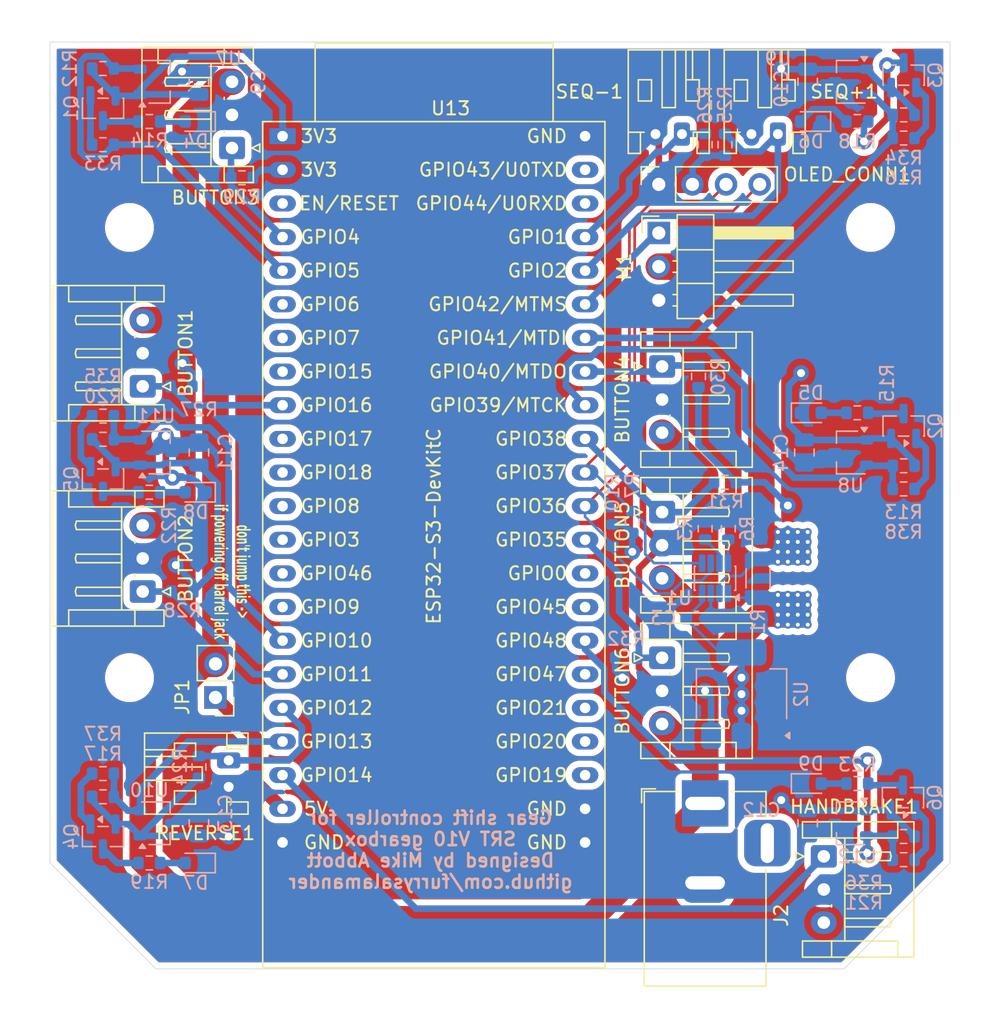
<source format=kicad_pcb>
(kicad_pcb (version 20241229) (generator "pcbnew") (generator_version "9.0")
  (layers (0 "F.Cu" signal) (2 "B.Cu" signal) (13 "F.Paste" user) (15 "B.Paste" user) (5 "F.SilkS" user "F.Silkscreen") (7 "B.SilkS" user "B.Silkscreen") (1 "F.Mask" user) (3 "B.Mask" user) (25 "Edge.Cuts" user))
  (net 0 "")
  (net 1 "+6V")
  (net 2 "BUTTON_1")
  (net 3 "GND")
  (net 4 "BUTTON_2")
  (net 5 "BUTTON_3")
  (net 6 "BUTTON_4")
  (net 7 "BUTTON_5")
  (net 8 "BUTTON_6")
  (net 10 "+5V")
  (net 11 "Net-(D4-A)")
  (net 12 "Net-(D5-A)")
  (net 13 "Net-(D6-A)")
  (net 14 "Net-(D7-A)")
  (net 15 "Net-(D8-A)")
  (net 16 "Net-(D9-A)")
  (net 17 "+3V3")
  (net 18 "HANDBRAKE")
  (net 20 "+VDC")
  (net 21 "SERVO_PWM")
  (net 22 "Net-(Q1-C)")
  (net 23 "Net-(Q1-B)")
  (net 24 "Net-(Q2-C)")
  (net 25 "Net-(Q2-B)")
  (net 26 "Net-(Q3-B)")
  (net 27 "Net-(Q3-C)")
  (net 28 "Net-(Q4-B)")
  (net 29 "Net-(Q4-C)")
  (net 30 "Net-(Q5-B)")
  (net 31 "Net-(Q5-C)")
  (net 32 "Net-(Q6-C)")
  (net 33 "Net-(Q6-B)")
  (net 34 "I2C_SCL")
  (net 35 "I2C_SDA")
  (net 36 "Net-(U1-A0)")
  (net 37 "Net-(U1-A1)")
  (net 38 "SEQ_-")
  (net 39 "GEAR_5")
  (net 40 "GEAR_3")
  (net 41 "GEAR_4")
  (net 42 "SEQ_+")
  (net 43 "GEAR_6")
  (net 44 "GEAR_1")
  (net 45 "GEAR_2")
  (net 57 "REVERSE")
  (footprint "Connector_PinSocket_2.54mm:PinSocket_1x04_P2.54mm_Vertical" (layer "F.Cu") (at 159.5 63.25 90)
    (property "Reference" "OLED_CONN1")
    (property "Value" "Conn_01x04_Socket")
  )
  (footprint "MountingHole:MountingHole_3.2mm_M3_DIN965" (layer "F.Cu") (at 119.5 100.5)
    (property "Reference" "H4" (hide yes))
    (property "Value" "MountingHole")
  )
  (footprint "Connector_JST:JST_EH_S3B-EH_1x03_P2.50mm_Horizontal" (layer "F.Cu") (at 159.75 77 -90)
    (property "Reference" "BUTTON4")
    (property "Value" "Conn_01x03_Socket")
  )
  (footprint "Connector_JST:JST_EH_S3B-EH_1x03_P2.50mm_Horizontal" (layer "F.Cu") (at 171.9675 114 -90)
    (property "Reference" "HANDBRAKE1")
    (property "Value" "Conn_01x03_Socket")
  )
  (footprint "PCM_Espressif:ESP32-S3-DevKitC" (layer "F.Cu") (at 131.07 59.6079)
    (property "Reference" "U13")
    (property "Value" "ESP32-S3-DevKitC")
  )
  (footprint "MountingHole:MountingHole_3.2mm_M3_DIN965" (layer "F.Cu") (at 175.5 66.5)
    (property "Reference" "H1" (hide yes))
    (property "Value" "MountingHole")
  )
  (footprint "Connector_JST:JST_PH_S2B-PH-K_1x02_P2.00mm_Horizontal" (layer "F.Cu") (at 127 106.75 -90)
    (property "Reference" "REVERSE1")
    (property "Value" "Conn_01x02_Socket")
  )
  (footprint "MountingHole:MountingHole_3.2mm_M3_DIN965" (layer "F.Cu") (at 119.5 66.5)
    (property "Reference" "H3" (hide yes))
    (property "Value" "MountingHole")
  )
  (footprint "MountingHole:MountingHole_3.2mm_M3_DIN965" (layer "F.Cu") (at 175.5 100.5)
    (property "Reference" "H2" (hide yes))
    (property "Value" "MountingHole")
  )
  (footprint "Connector_PinHeader_2.54mm:PinHeader_1x03_P2.54mm_Horizontal" (layer "F.Cu") (at 159.5 66.92)
    (property "Reference" "M1")
    (property "Value" "Motor_Servo")
  )
  (footprint "Connector_JST:JST_PH_S2B-PH-K_1x02_P2.00mm_Horizontal" (layer "F.Cu") (at 168.5 59.45 180)
    (property "Reference" "SEQ+1")
    (property "Value" "Conn_01x02_Socket")
  )
  (footprint "Connector_JST:JST_EH_S3B-EH_1x03_P2.50mm_Horizontal" (layer "F.Cu") (at 127.25 60.5 90)
    (property "Reference" "BUTTON3")
    (property "Value" "Conn_01x03_Socket")
  )
  (footprint "Connector_JST:JST_EH_S3B-EH_1x03_P2.50mm_Horizontal" (layer "F.Cu") (at 159.75 88 -90)
    (property "Reference" "BUTTON5")
    (property "Value" "Conn_01x03_Socket")
  )
  (footprint "Connector_JST:JST_PH_S2B-PH-K_1x02_P2.00mm_Horizontal" (layer "F.Cu") (at 161.25 59.45 180)
    (property "Reference" "SEQ-1")
    (property "Value" "Conn_01x02_Socket")
  )
  (footprint "Connector_PinHeader_2.54mm:PinHeader_1x02_P2.54mm_Vertical" (layer "F.Cu") (at 126 102 180)
    (property "Reference" "JP1")
    (property "Value" "POWER_BOARD_OFF_USB")
  )
  (footprint "Connector_JST:JST_EH_S3B-EH_1x03_P2.50mm_Horizontal" (layer "F.Cu") (at 159.75 99 -90)
    (property "Reference" "BUTTON6")
    (property "Value" "Conn_01x03_Socket")
  )
  (footprint "Connector_BarrelJack:BarrelJack_Horizontal" (layer "F.Cu") (at 163 110 90)
    (property "Reference" "J2")
    (property "Value" "Barrel_Jack_Switch")
  )
  (footprint "Connector_JST:JST_EH_S3B-EH_1x03_P2.50mm_Horizontal" (layer "F.Cu") (at 120.5 78.5 90)
    (property "Reference" "BUTTON1")
    (property "Value" "Conn_01x03_Socket")
  )
  (footprint "Connector_JST:JST_EH_S3B-EH_1x03_P2.50mm_Horizontal" (layer "F.Cu") (at 120.5 94 90)
    (property "Reference" "BUTTON2")
    (property "Value" "Conn_01x03_Socket")
  )
  (footprint "Resistor_SMD:R_0603_1608Metric" (layer "B.Cu") (at 163 89.25 90)
    (property "Reference" "R3")
    (property "Value" "10k")
  )
  (footprint "Package_TO_SOT_SMD:SOT-223-3_TabPin2" (layer "B.Cu") (at 165.75 101.75 90)
    (property "Reference" "U2")
    (property "Value" "AMS1117-3.3")
  )
  (footprint "LED_SMD:LED_0603_1608Metric" (layer "B.Cu") (at 171 108.5)
    (property "Reference" "D9")
    (property "Value" "LED")
  )
  (footprint "Resistor_SMD:R_0603_1608Metric" (layer "B.Cu") (at 162.5 77.75 -90)
    (property "Reference" "R30")
    (property "Value" "10k")
  )
  (footprint "Package_TO_SOT_SMD:SOT-23" (layer "B.Cu") (at 117.5 112.5 -90)
    (property "Reference" "Q4")
    (property "Value" "SS8550")
  )
  (footprint "Package_TO_SOT_SMD:SOT-23" (layer "B.Cu") (at 117.5 85.5 -90)
    (property "Reference" "Q5")
    (property "Value" "SS8550")
  )
  (footprint "LED_SMD:LED_0603_1608Metric" (layer "B.Cu") (at 124.5 114.5 180)
    (property "Reference" "D7")
    (property "Value" "LED")
  )
  (footprint "Resistor_SMD:R_0603_1608Metric" (layer "B.Cu") (at 123.5 94)
    (property "Reference" "R28")
    (property "Value" "10k")
  )
  (footprint "Capacitor_SMD:C_0805_2012Metric" (layer "B.Cu") (at 170.5 83.5 90)
    (property "Reference" "C14")
    (property "Value" "470n")
  )
  (footprint "Package_TO_SOT_SMD:SOT-23W" (layer "B.Cu") (at 121.5 111.5)
    (property "Reference" "U10")
    (property "Value" "TCS40DLR")
  )
  (footprint "Capacitor_SMD:C_0805_2012Metric" (layer "B.Cu") (at 124.75 111.5 -90)
    (property "Reference" "C13")
    (property "Value" "470n")
  )
  (footprint "Resistor_SMD:R_0603_1608Metric" (layer "B.Cu") (at 157.0325 99 180)
    (property "Reference" "R32")
    (property "Value" "10k")
  )
  (footprint "Package_TO_SOT_SMD:SOT-23W" (layer "B.Cu") (at 174 83.5 180)
    (property "Reference" "U8")
    (property "Value" "TCS40DLR")
  )
  (footprint "Package_TO_SOT_SMD:SOT-23" (layer "B.Cu") (at 117.5 57.5 -90)
    (property "Reference" "Q1")
    (property "Value" "SS8550")
  )
  (footprint "Resistor_SMD:R_0603_1608Metric" (layer "B.Cu") (at 124.75 107.25 -90)
    (property "Reference" "R24")
    (property "Value" "10k")
  )
  (footprint "Resistor_SMD:R_0603_1608Metric" (layer "B.Cu") (at 117.5 54.5 180)
    (property "Reference" "R12")
    (property "Value" "10k")
  )
  (footprint "Resistor_SMD:R_0603_1608Metric" (layer "B.Cu") (at 121 114.5)
    (property "Reference" "R19")
    (property "Value" "220")
  )
  (footprint "Resistor_SMD:R_0603_1608Metric" (layer "B.Cu") (at 178 59.75 180)
    (property "Reference" "R34")
    (property "Value" "10k")
  )
  (footprint "Resistor_SMD:R_0603_1608Metric" (layer "B.Cu") (at 121 86.5)
    (property "Reference" "R22")
    (property "Value" "220")
  )
  (footprint "Resistor_SMD:R_0603_1608Metric" (layer "B.Cu") (at 164.5 60.25 -90)
    (property "Reference" "R25")
    (property "Value" "10k")
  )
  (footprint "Resistor_SMD:R_0603_1608Metric" (layer "B.Cu") (at 117.5 60.25)
    (property "Reference" "R33")
    (property "Value" "10k")
  )
  (footprint "LED_SMD:LED_0603_1608Metric" (layer "B.Cu") (at 171 58.5 180)
    (property "Reference" "D6")
    (property "Value" "LED")
  )
  (footprint "Resistor_SMD:R_0603_1608Metric" (layer "B.Cu") (at 178 84.5)
    (property "Reference" "R13")
    (property "Value" "10k")
  )
  (footprint "Resistor_SMD:R_0603_1608Metric" (layer "B.Cu") (at 178 114.25 180)
    (property "Reference" "R36")
    (property "Value" "10k")
  )
  (footprint "Capacitor_SMD:C_0805_2012Metric" (layer "B.Cu") (at 124.75 83.5 -90)
    (property "Reference" "C11")
    (property "Value" "470n")
  )
  (footprint "Package_TO_SOT_SMD:SOT-23W" (layer "B.Cu") (at 121.5 55.5)
    (property "Reference" "U7")
    (property "Value" "TCS40DLR")
  )
  (footprint "Package_TO_SOT_SMD:SOT-23" (layer "B.Cu") (at 178 55 90)
    (property "Reference" "Q3")
    (property "Value" "SS8550")
  )
  (footprint "Resistor_SMD:R_0603_1608Metric" (layer "B.Cu") (at 117.5 109.5 180)
    (property "Reference" "R17")
    (property "Value" "10k")
  )
  (footprint "Package_TO_SOT_SMD:SOT-23" (layer "B.Cu") (at 177.95 109.5625 90)
    (property "Reference" "Q6")
    (property "Value" "SS8550")
  )
  (footprint "Resistor_SMD:R_0603_1608Metric" (layer "B.Cu") (at 117.5 82.5 180)
    (property "Reference" "R20")
    (property "Value" "10k")
  )
  (footprint "Package_TO_SOT_SMD:SOT-23-8" (layer "B.Cu") (at 163.75 93 90)
    (property "Reference" "U1")
    (property "Value" "INA219AxDCN")
  )
  (footprint "LED_SMD:LED_0603_1608Metric" (layer "B.Cu") (at 124.5 58.5 180)
    (property "Reference" "D4")
    (property "Value" "LED")
  )
  (footprint "Capacitor_SMD:C_0805_2012Metric" (layer "B.Cu") (at 170.75 111.5 90)
    (property "Reference" "C12")
    (property "Value" "470n")
  )
  (footprint "Resistor_SMD:R_0603_1608Metric" (layer "B.Cu") (at 174.5 58.5 180)
    (property "Reference" "R18")
    (property "Value" "220")
  )
  (footprint "Package_TO_SOT_SMD:SOT-23" (layer "B.Cu") (at 178 81.5 90)
    (property "Reference" "Q2")
    (property "Value" "SS8550")
  )
  (footprint "Resistor_SMD:R_0603_1608Metric" (layer "B.Cu") (at 117.5 107.75)
    (property "Reference" "R37")
    (property "Value" "10k")
  )
  (footprint "LED_SMD:LED_0603_1608Metric" (layer "B.Cu") (at 171 80.5)
    (property "Reference" "D5")
    (property "Value" "LED")
  )
  (footprint "Resistor_SMD:R_1206_3216Metric" (layer "B.Cu") (at 167 93 90)
    (property "Reference" "R1")
    (property "Value" "100m")
  )
  (footprint "Resistor_SMD:R_0603_1608Metric" (layer "B.Cu") (at 174.5 108.5 180)
    (property "Reference" "R23")
    (property "Value" "220")
  )
  (footprint "Resistor_SMD:R_0603_1608Metric" (layer "B.Cu") (at 157.5 88.75 90)
    (property "Reference" "R7")
    (property "Value" "10k")
  )
  (footprint "Resistor_SMD:R_0603_1608Metric" (layer "B.Cu") (at 117.5 80.75)
    (property "Reference" "R35")
    (property "Value" "10k")
  )
  (footprint "Resistor_SMD:R_0603_1608Metric" (layer "B.Cu") (at 163 60.25 -90)
    (property "Reference" "R26")
    (property "Value" "10k")
  )
  (footprint "Resistor_SMD:R_0603_1608Metric" (layer "B.Cu") (at 164.5 85.75)
    (property "Reference" "R31")
    (property "Value" "10k")
  )
  (footprint "Capacitor_SMD:C_0603_1608Metric" (layer "B.Cu") (at 162.35 96 180)
    (property "Reference" "C3")
    (property "Value" "100n")
  )
  (footprint "Resistor_SMD:R_0603_1608Metric" (layer "B.Cu") (at 174.5 80.5 180)
    (property "Reference" "R15")
    (property "Value" "220")
  )
  (footprint "Package_TO_SOT_SMD:SOT-23W" (layer "B.Cu") (at 174 111.5 180)
    (property "Reference" "U12")
    (property "Value" "TCS40DLR")
  )
  (footprint "Package_TO_SOT_SMD:SOT-23W" (layer "B.Cu") (at 121.5 83.5)
    (property "Reference" "U11")
    (property "Value" "TCS40DLR")
  )
  (footprint "Capacitor_SMD:C_0805_2012Metric" (layer "B.Cu") (at 170.75 55.5 90)
    (property "Reference" "C10")
    (property "Value" "470n")
  )
  (footprint "Resistor_SMD:R_0603_1608Metric" (layer "B.Cu") (at 121 58.5)
    (property "Reference" "R14")
    (property "Value" "220")
  )
  (footprint "Resistor_SMD:R_0603_1608Metric" (layer "B.Cu") (at 123.425 78.5)
    (property "Reference" "R27")
    (property "Value" "10k")
  )
  (footprint "Resistor_SMD:R_0603_1608Metric" (layer "B.Cu") (at 164.75 89.25 90)
    (property "Reference" "R6")
    (property "Value" "10k")
  )
  (footprint "Resistor_SMD:R_0603_1608Metric" (layer "B.Cu") (at 178 112.5)
    (property "Reference" "R21")
    (property "Value" "10k")
  )
  (footprint "Capacitor_SMD:C_0805_2012Metric" (layer "B.Cu") (at 124.75 55.5 -90)
    (property "Reference" "C9")
    (property "Value" "470n")
  )
  (footprint "Resistor_SMD:R_0603_1608Metric" (layer "B.Cu") (at 178 58)
    (property "Reference" "R16")
    (property "Value" "10k")
  )
  (footprint "LED_SMD:LED_0603_1608Metric" (layer "B.Cu") (at 124.5 86.5 180)
    (property "Reference" "D8")
    (property "Value" "LED")
  )
  (footprint "Resistor_SMD:R_0603_1608Metric" (layer "B.Cu") (at 156 89.75 -90)
    (property "Reference" "R10")
    (property "Value" "10k")
  )
  (footprint "Resistor_SMD:R_0603_1608Metric" (layer "B.Cu") (at 178 86.25 180)
    (property "Reference" "R38")
    (property "Value" "10k")
  )
  (footprint "Resistor_SMD:R_0603_1608Metric" (layer "B.Cu") (at 128 62.75)
    (property "Reference" "R29")
    (property "Value" "10k")
  )
  (footprint "Package_TO_SOT_SMD:SOT-23W" (layer "B.Cu") (at 174 55.5 180)
    (property "Reference" "U9")
    (property "Value" "TCS40DLR")
  )
  (gr_poly (pts (xy 113.5 52.5) (xy 181.5 52.5) (xy 181.5 114.5) (xy 173.5 122.5) (xy 121.5 122.5) (xy 113.5 114.5)) (stroke (width 0.05)) (fill no) (layer "Edge.Cuts"))
  (gr_text "don't jump this ->\nif powering off barrel jack" (at 125.75 92.5 270) (layer "F.SilkS") (effects (font (size 1 0.5) (thickness 0.125) (bold yes)) (justify bottom)))
  (gr_text "Gear shift controller for\nSRT V10 gearbox\nDesigned by Mike Abbott\ngithub.com/furrysalamander" (at 142.25 116.5 0) (layer "B.SilkS") (effects (font (size 1 1) (thickness 0.2) (bold yes)) (justify bottom mirror)))
  (segment (start 126 91.525) (end 123.475 89) (width 2) (layer "F.Cu") (net 1))
  (segment (start 126 75.5) (end 124 73.5) (width 2) (layer "F.Cu") (net 1))
  (segment (start 125.04 99.46) (end 126 99.46) (width 2) (layer "F.Cu") (net 1))
  (segment (start 123.75 58.474448) (end 123.75 73.25) (width 2) (layer "F.Cu") (net 1))
  (segment (start 163 110) (end 163 85.25) (width 2) (layer "F.Cu") (net 1))
  (segment (start 120.5 104) (end 125.04 99.46) (width 2) (layer "F.Cu") (net 1))
  (segment (start 163 110) (end 163 100) (width 2) (layer "F.Cu") (net 1))
  (segment (start 125 118.75) (end 120.5 114.25) (width 2) (layer "F.Cu") (net 1))
  (segment (start 123.75 73.25) (end 124 73.5) (width 2) (layer "F.Cu") (net 1))
  (segment (start 163 107.25) (end 159.75 104) (width 2) (layer "F.Cu") (net 1))
  (segment (start 124 73.5) (end 120.5 73.5) (width 2) (layer "F.Cu") (net 1))
  (segment (start 163 100) (end 167.25 95.75) (width 2) (layer "F.Cu") (net 1))
  (segment (start 163 85.25) (end 159.75 82) (width 2) (layer "F.Cu") (net 1))
  (segment (start 126 91.525) (end 126 75.5) (width 2) (layer "F.Cu") (net 1))
  (segment (start 163 110) (end 163 107.25) (width 2) (layer "F.Cu") (net 1))
  (segment (start 163 110) (end 163 101.5) (width 2) (layer "F.Cu") (net 1))
  (segment (start 126.724448 55.5) (end 123.75 58.474448) (width 2) (layer "F.Cu") (net 1))
  (segment (start 163 110) (end 163 96.25) (width 2) (layer "F.Cu") (net 1))
  (segment (start 123.475 89) (end 120.5 89) (width 2) (layer "F.Cu") (net 1))
  (segment (start 120.5 114.25) (end 120.5 104) (width 2) (layer "F.Cu") (net 1))
  (segment (start 163 110) (end 154.25 118.75) (width 2) (layer "F.Cu") (net 1))
  (segment (start 163 96.25) (end 159.75 93) (width 2) (layer "F.Cu") (net 1))
  (segment (start 126 99.46) (end 126 91.525) (width 2) (layer "F.Cu") (net 1))
  (segment (start 154.25 118.75) (end 125 118.75) (width 2) (layer "F.Cu") (net 1))
  (segment (start 127.25 55.5) (end 126.724448 55.5) (width 2) (layer "F.Cu") (net 1))
  (via (at 169.25 96.5) (size 0.6) (drill 0.3) (layers "F.Cu" "B.Cu") (net 1))
  (via (at 170 96.5) (size 0.6) (drill 0.3) (layers "F.Cu" "B.Cu") (net 1))
  (via (at 170.75 94.25) (size 0.6) (drill 0.3) (layers "F.Cu" "B.Cu") (net 1))
  (via (at 170.75 95.75) (size 0.6) (drill 0.3) (layers "F.Cu" "B.Cu") (net 1))
  (via (at 168.5 95) (size 0.6) (drill 0.3) (layers "F.Cu" "B.Cu") (net 1))
  (via (at 170 94.25) (size 0.6) (drill 0.3) (layers "F.Cu" "B.Cu") (net 1))
  (via (at 169.25 95.75) (size 0.6) (drill 0.3) (layers "F.Cu" "B.Cu") (net 1))
  (via (at 170.75 96.5) (size 0.6) (drill 0.3) (layers "F.Cu" "B.Cu") (net 1))
  (via (at 170 95.75) (size 0.6) (drill 0.3) (layers "F.Cu" "B.Cu") (net 1))
  (via (at 169.25 94.25) (size 0.6) (drill 0.3) (layers "F.Cu" "B.Cu") (net 1))
  (via (at 168.5 95.75) (size 0.6) (drill 0.3) (layers "F.Cu" "B.Cu") (net 1))
  (via (at 168.5 96.5) (size 0.6) (drill 0.3) (layers "F.Cu" "B.Cu") (net 1))
  (via (at 170.75 95) (size 0.6) (drill 0.3) (layers "F.Cu" "B.Cu") (net 1))
  (via (at 168.5 94.25) (size 0.6) (drill 0.3) (layers "F.Cu" "B.Cu") (net 1))
  (via (at 163 101.5) (size 1.2) (drill 0.6) (layers "F.Cu" "B.Cu") (net 1))
  (via (at 170 95) (size 0.6) (drill 0.3) (layers "F.Cu" "B.Cu") (net 1))
  (via (at 169.25 95) (size 0.6) (drill 0.3) (layers "F.Cu" "B.Cu") (net 1))
  (segment (start 163.45 104.9) (end 163.45 101.95) (width 0.5) (layer "B.Cu") (net 1))
  (segment (start 165.05 94.4625) (end 167 94.4625) (width 0.2) (layer "B.Cu") (net 1))
  (segment (start 164.725 94.1375) (end 165.05 94.4625) (width 0.2) (layer "B.Cu") (net 1))
  (segment (start 163.45 101.95) (end 163 101.5) (width 0.5) (layer "B.Cu") (net 1))
  (segment (start 124.0279 79.9279) (end 131.07 79.9279) (width 0.5) (layer "B.Cu") (net 2))
  (segment (start 122.6 78.5) (end 120.5 78.5) (width 0.5) (layer "B.Cu") (net 2))
  (segment (start 122.6 78.5) (end 124.0279 79.9279) (width 0.5) (layer "B.Cu") (net 2))
  (segment (start 128.701 56.549) (end 127.25 58) (width 0.5) (layer "F.Cu") (net 3))
  (segment (start 124.151 54.049) (end 127.851024 54.049) (width 0.5) (layer "F.Cu") (net 3))
  (segment (start 159.75 90.5) (end 158.299 89.049) (width 0.5) (layer "F.Cu") (net 3))
  (segment (start 158.299 80.951) (end 159.75 79.5) (width 0.5) (layer "F.Cu") (net 3))
  (segment (start 122.25 82.25) (end 122.25 84.90522) (width 0.5) (layer "F.Cu") (net 3))
  (segment (start 128.701 54.898976) (end 128.701 56.549) (width 0.5) (layer "F.Cu") (net 3))
  (segment (start 123.475 54.725) (end 124.151 54.049) (width 0.5) (layer "F.Cu") (net 3))
  (segment (start 158 99.75) (end 158 92.25) (width 0.5) (layer "F.Cu") (net 3))
  (segment (start 158 92.25) (end 159.75 90.5) (width 0.5) (layer "F.Cu") (net 3))
  (segment (start 122.25 84.90522) (end 122.74578 85.401) (width 0.5) (layer "F.Cu") (net 3))
  (segment (start 158.324 78.074) (end 158.324 73.176) (width 0.5) (layer "F.Cu") (net 3))
  (segment (start 158.324 73.176) (end 159.5 72) (width 0.5) (layer "F.Cu") (net 3))
  (segment (start 127.851024 54.049) (end 128.701 54.898976) (width 0.5) (layer "F.Cu") (net 3))
  (segment (start 159.5 59.7) (end 159.25 59.45) (width 0.5) (layer "F.Cu") (net 3))
  (segment (start 158.299 89.049) (end 158.299 80.951) (width 0.5) (layer "F.Cu") (net 3))
  (segment (start 159.5 63.25) (end 159.5 59.7) (width 0.5) (layer "F.Cu") (net 3))
  (segment (start 159.75 101.5) (end 158 99.75) (width 0.5) (layer "F.Cu") (net 3))
  (segment (start 159.75 79.5) (end 158.324 78.074) (width 0.5) (layer "F.Cu") (net 3))
  (via (at 122.25 82.25) (size 1.2) (drill 0.6) (layers "F.Cu" "B.Cu") (net 3))
  (via (at 123.475 54.725) (size 1.2) (drill 0.6) (layers "F.Cu" "B.Cu") (net 3))
  (via (at 122.74578 85.401) (size 1.2) (drill 0.6) (layers "F.Cu" "B.Cu") (net 3))
  (segment (start 124.1885 85.401) (end 125.2875 86.5) (width 0.5) (layer "B.Cu") (net 3))
  (segment (start 122.7 83.5) (end 122.7 82.7) (width 0.5) (layer "B.Cu") (net 3))
  (segment (start 123.65 110.55) (end 122.7 111.5) (width 0.5) (layer "B.Cu") (net 3))
  (segment (start 124.75 110.55) (end 123.65 110.55) (width 0.5) (layer "B.Cu") (net 3))
  (segment (start 171.85 56.45) (end 172.8 55.5) (width 0.5) (layer "B.Cu") (net 3))
  (segment (start 171.85 84.45) (end 172.8 83.5) (width 0.5) (layer "B.Cu") (net 3))
  (segment (start 163.425 94.1375) (end 163.425 95.7) (width 0.2) (layer "B.Cu") (net 3))
  (segment (start 124.75 54.55) (end 123.65 54.55) (width 0.5) (layer "B.Cu") (net 3))
  (segment (start 124.75 82.55) (end 123.65 82.55) (width 0.5) (layer "B.Cu") (net 3))
  (segment (start 123.65 82.55) (end 122.7 83.5) (width 0.5) (layer "B.Cu") (net 3))
  (segment (start 122.7 82.7) (end 122.25 82.25) (width 0.5) (layer "B.Cu") (net 3))
  (segment (start 123.65 54.55) (end 122.7 55.5) (width 0.5) (layer "B.Cu") (net 3))
  (segment (start 122.74578 85.401) (end 124.1885 85.401) (width 0.5) (layer "B.Cu") (net 3))
  (segment (start 170.5 84.45) (end 171.85 84.45) (width 0.5) (layer "B.Cu") (net 3))
  (segment (start 163.425 95.7) (end 163.125 96) (width 0.2) (layer "B.Cu") (net 3))
  (segment (start 170.75 56.45) (end 171.85 56.45) (width 0.5) (layer "B.Cu") (net 3))
  (segment (start 120.5 94) (end 122.675 94) (width 0.5) (layer "B.Cu") (net 4))
  (segment (start 128.9229 100.2479) (end 122.675 94) (width 0.5) (layer "B.Cu") (net 4))
  (segment (start 131.07 100.2479) (end 128.9229 100.2479) (width 0.5) (layer "B.Cu") (net 4))
  (segment (start 127.175 63.3329) (end 131.07 67.2279) (width 0.5) (layer "B.Cu") (net 5))
  (segment (start 127.175 62.75) (end 127.175 60.575) (width 0.5) (layer "B.Cu") (net 5))
  (segment (start 127.175 60.575) (end 127.25 60.5) (width 0.5) (layer "B.Cu") (net 5))
  (segment (start 127.175 62.75) (end 127.175 63.3329) (width 0.5) (layer "B.Cu") (net 5))
  (segment (start 159.75 77) (end 159.25 77) (width 0.5) (layer "B.Cu") (net 6))
  (segment (start 159.825 76.925) (end 159.75 77) (width 0.5) (layer "B.Cu") (net 6))
  (segment (start 159.25 77) (end 158.8621 77.3879) (width 0.5) (layer "B.Cu") (net 6))
  (segment (start 158.8621 77.3879) (end 153.93 77.3879) (width 0.5) (layer "B.Cu") (net 6))
  (segment (start 162.5 76.925) (end 159.825 76.925) (width 0.5) (layer "B.Cu") (net 6))
  (segment (start 163.675 85.75) (end 161.425 88) (width 0.5) (layer "B.Cu") (net 7))
  (segment (start 161.425 88) (end 159.75 88) (width 0.5) (layer "B.Cu") (net 7))
  (segment (start 159.75 88) (end 159.4621 88) (width 0.5) (layer "B.Cu") (net 7))
  (segment (start 159.4621 88) (end 153.93 82.4679) (width 0.5) (layer "B.Cu") (net 7))
  (segment (start 158 98.8575) (end 158 97) (width 0.5) (layer "B.Cu") (net 8))
  (segment (start 157.8575 99) (end 159.75 99) (width 0.5) (layer "B.Cu") (net 8))
  (segment (start 157.8575 99) (end 158 98.8575) (width 0.5) (layer "B.Cu") (net 8))
  (segment (start 156.5 92.6579) (end 153.93 90.0879) (width 0.5) (layer "B.Cu") (net 8))
  (segment (start 156.5 95.5) (end 156.5 92.6579) (width 0.5) (layer "B.Cu") (net 8))
  (segment (start 158 97) (end 156.5 95.5) (width 0.5) (layer "B.Cu") (net 8))
  (segment (start 126 102) (end 129 105) (width 1) (layer "F.Cu") (net 10))
  (segment (start 129 108.33886) (end 131.06632 110.40518) (width 1) (layer "F.Cu") (net 10))
  (segment (start 129 105) (end 129 108.33886) (width 1) (layer "F.Cu") (net 10))
  (segment (start 123.7125 58.5) (end 121.825 58.5) (width 0.5) (layer "B.Cu") (net 11))
  (segment (start 173.675 80.5) (end 171.7875 80.5) (width 0.5) (layer "B.Cu") (net 12))
  (segment (start 171.1385 57.574) (end 170.2125 58.5) (width 0.5) (layer "B.Cu") (net 13))
  (segment (start 172.749 57.574) (end 171.1385 57.574) (width 0.5) (layer "B.Cu") (net 13))
  (segment (start 173.675 58.5) (end 172.749 57.574) (width 0.5) (layer "B.Cu") (net 13))
  (segment (start 123.7125 114.5) (end 121.825 114.5) (width 0.5) (layer "B.Cu") (net 14))
  (segment (start 123.7125 86.5) (end 121.825 86.5) (width 0.5) (layer "B.Cu") (net 15))
  (segment (start 173.675 108.5) (end 171.7875 108.5) (width 0.5) (layer "B.Cu") (net 16))
  (via (at 123 92) (size 1.2) (drill 0.6) (layers "F.Cu" "B.Cu") (net 17))
  (via (at 168.75 109.75) (size 1.2) (drill 0.6) (layers "F.Cu" "B.Cu") (net 17))
  (via (at 157.5 91) (size 1.2) (drill 0.6) (layers "F.Cu" "B.Cu") (net 17))
  (via (at 127 112.5) (size 1.2) (drill 0.6) (layers "F.Cu" "B.Cu") (net 17))
  (via (at 165.75 101.75) (size 1.2) (drill 0.6) (layers "F.Cu" "B.Cu") (net 17))
  (via (at 156.75 100.5) (size 1.2) (drill 0.6) (layers "F.Cu" "B.Cu") (net 17))
  (via (at 165.75 103) (size 1.2) (drill 0.6) (layers "F.Cu" "B.Cu") (net 17))
  (via (at 170.25 77.5) (size 1.2) (drill 0.6) (layers "F.Cu" "B.Cu") (net 17))
  (via (at 165.75 100.5) (size 1.2) (drill 0.6) (layers "F.Cu" "B.Cu") (net 17))
  (via (at 123.5 76.75) (size 1.2) (drill 0.6) (layers "F.Cu" "B.Cu") (net 17))
  (via (at 168.75 54.5) (size 1.2) (drill 0.6) (layers "F.Cu" "B.Cu") (net 17))
  (via (at 169.25 87.5) (size 1.2) (drill 0.6) (layers "F.Cu" "B.Cu") (net 17))
  (segment (start 162.775 94.8) (end 161.575 96) (width 0.2) (layer "B.Cu") (net 17))
  (segment (start 156 88.925) (end 156.85 88.925) (width 0.5) (layer "B.Cu") (net 17))
  (segment (start 178.825 58) (end 178.825 57.7125) (width 0.5) (layer "B.Cu") (net 17))
  (segment (start 175.3125 82.4375) (end 175.2 82.55) (width 0.5) (layer "B.Cu") (net 17))
  (segment (start 157.5 89.575) (end 157.5 91) (width 0.5) (layer "B.Cu") (net 17))
  (segment (start 178.825 84.2125) (end 177.05 82.4375) (width 0.5) (layer "B.Cu") (net 17))
  (segment (start 116.675 109.5) (end 116.675 109.7875) (width 0.5) (layer "B.Cu") (net 17))
  (segment (start 127.313892 53.599) (end 122.801 53.599) (width 0.5) (layer "B.Cu") (net 17))
  (segment (start 124.75 112.45) (end 120.3 112.45) (width 0.5) (layer "B.Cu") (net 17))
  (segment (start 120.3 56.1) (end 120.3 56.45) (width 0.5) (layer "B.Cu") (net 17))
  (segment (start 177 110.675) (end 178.825 112.5) (width 0.5) (layer "B.Cu") (net 17))
  (segment (start 178.825 57.7125) (end 177.05 55.9375) (width 0.5) (layer "B.Cu") (net 17))
  (segment (start 121.994365 84.45) (end 120.3 84.45) (width 0.5) (layer "B.Cu") (net 17))
  (segment (start 126.176 85.876) (end 126.176 92.149) (width 0.5) (layer "B.Cu") (net 17))
  (segment (start 120.3 84.45) (end 118.5625 84.45) (width 0.5) (layer "B.Cu") (net 17))
  (segment (start 124.75 84.45) (end 124.601 84.301) (width 0.5) (layer "B.Cu") (net 17))
  (segment (start 126.95 112.45) (end 127 112.5) (width 0.5) (layer "B.Cu") (net 17))
  (segment (start 167.5 85.75) (end 169.25 87.5) (width 0.5) (layer "B.Cu") (net 17))
  (segment (start 169.55 110.55) (end 168.75 109.75) (width 0.5) (layer "B.Cu") (net 17))
  (segment (start 165.325 85.75) (end 167.5 85.75) (width 0.5) (layer "B.Cu") (net 17))
  (segment (start 165.75 104.9) (end 165.75 103) (width 0.5) (layer "B.Cu") (net 17))
  (segment (start 169.324 81.374) (end 169.324 78.426) (width 0.5) (layer "B.Cu") (net 17))
  (segment (start 156.2075 99) (end 156.2075 99.9575) (width 0.5) (layer "B.Cu") (net 17))
  (segment (start 162.04 63.25) (end 162.04 62.035) (width 0.5) (layer "B.Cu") (net 17))
  (segment (start 120.3 56.45) (end 124.75 56.45) (width 0.5) (layer "B.Cu") (net 17))
  (segment (start 177 110.5) (end 177 110.675) (width 0.5) (layer "B.Cu") (net 17))
  (segment (start 165.75 101.75) (end 165.75 103) (width 0.5) (layer "B.Cu") (net 17))
  (segment (start 131.07 62.1479) (end 129.4271 62.1479) (width 0.5) (layer "B.Cu") (net 17))
  (segment (start 176.5875 55.9375) (end 175.2 54.55) (width 0.5) (layer "B.Cu") (net 17))
  (segment (start 165.75 100.5) (end 165.75 98.6) (width 0.5) (layer "B.Cu") (net 17))
  (segment (start 124.601 84.301) (end 122.143365 84.301) (width 0.5) (layer "B.Cu") (net 17))
  (segment (start 177.05 82.4375) (end 175.3125 82.4375) (width 0.5) (layer "B.Cu") (net 17))
  (segment (start 170.75 54.55) (end 175.2 54.55) (width 0.5) (layer "B.Cu") (net 17))
  (segment (start 162.5 82.925) (end 165.325 85.75) (width 0.5) (layer "B.Cu") (net 17))
  (segment (start 118.45 56.5625) (end 120.1875 56.5625) (width 0.5) (layer "B.Cu") (net 17))
  (segment (start 156.2075 99.9575) (end 156.75 100.5) (width 0.5) (layer "B.Cu") (net 17))
  (segment (start 131.07 59.6079) (end 131.07 57.355108) (width 0.5) (layer "B.Cu") (net 17))
  (segment (start 168.8 54.55) (end 168.75 54.5) (width 0.5) (layer "B.Cu") (net 17))
  (segment (start 165.75 101.75) (end 165.75 100.5) (width 0.5) (layer "B.Cu") (net 17))
  (segment (start 126.176 92.149) (end 124.325 94) (width 0.5) (layer "B.Cu") (net 17))
  (segment (start 118.5625 84.45) (end 118.45 84.5625) (width 0.5) (layer "B.Cu") (net 17))
  (segment (start 177 110.5) (end 175.25 110.5) (width 0.5) (layer "B.Cu") (net 17))
  (segment (start 175.2 82.55) (end 170.5 82.55) (width 0.5) (layer "B.Cu") (net 17))
  (segment (start 162.5 78.575) (end 162.5 82.925) (width 0.5) (layer "B.Cu") (net 17))
  (segment (start 118.45 84.5625) (end 118.45 84.275) (width 0.5) (layer "B.Cu") (net 17))
  (segment (start 124.325 93.325) (end 123 92) (width 0.5) (layer "B.Cu") (net 17))
  (segment (start 118.45 84.275) (end 116.675 82.5) (width 0.5) (layer "B.Cu") (net 17))
  (segment (start 169.324 78.426) (end 170.25 77.5) (width 0.5) (layer "B.Cu") (net 17))
  (segment (start 120.1875 56.5625) (end 120.3 56.45) (width 0.5) (layer "B.Cu") (net 17))
  (segment (start 163 61.075) (end 164.5 61.075) (width 0.5) (layer "B.Cu") (net 17))
  (segment (start 124.25 77.5) (end 123.5 76.75) (width 0.5) (layer "B.Cu") (net 17))
  (segment (start 124.325 94) (end 124.325 93.325) (width 0.5) (layer "B.Cu") (net 17))
  (segment (start 162.775 94.1375) (end 162.775 94.8) (width 0.2) (layer "B.Cu") (net 17))
  (segment (start 122.143365 84.301) (end 121.994365 84.45) (width 0.5) (layer "B.Cu") (net 17))
  (segment (start 164.1 98.6) (end 165.75 98.6) (width 0.2) (layer "B.Cu") (net 17))
  (segment (start 178.825 84.5) (end 178.825 84.2125) (width 0.5) (layer "B.Cu") (net 17))
  (segment (start 119.4125 111.5625) (end 120.3 112.45) (width 0.5) (layer "B.Cu") (net 17))
  (segment (start 124.25 78.5) (end 124.25 77.5) (width 0.5) (layer "B.Cu") (net 17))
  (segment (start 118.45 111.5625) (end 119.4125 111.5625) (width 0.5) (layer "B.Cu") (net 17))
  (segment (start 124.75 84.45) (end 126.176 85.876) (width 0.5) (layer "B.Cu") (net 17))
  (segment (start 116.675 54.5) (end 116.675 54.7875) (width 0.5) (layer "B.Cu") (net 17))
  (segment (start 156.85 88.925) (end 157.5 89.575) (width 0.5) (layer "B.Cu") (net 17))
  (segment (start 129.4271 62.1479) (end 128.825 62.75) (width 0.5) (layer "B.Cu") (net 17))
  (segment (start 175.25 110.5) (end 175.2 110.55) (width 0.5) (layer "B.Cu") (net 17))
  (segment (start 116.675 109.7875) (end 118.45 111.5625) (width 0.5) (layer "B.Cu") (net 17))
  (segment (start 162.04 62.035) (end 163 61.075) (width 0.5) (layer "B.Cu") (net 17))
  (segment (start 170.5 82.55) (end 169.324 81.374) (width 0.5) (layer "B.Cu") (net 17))
  (segment (start 131.07 57.355108) (end 127.313892 53.599) (width 0.5) (layer "B.Cu") (net 17))
  (segment (start 170.75 54.55) (end 168.8 54.55) (width 0.5) (layer "B.Cu") (net 17))
  (segment (start 170.75 110.55) (end 169.55 110.55) (width 0.5) (layer "B.Cu") (net 17))
  (segment (start 124.75 108.075) (end 124.675 108.075) (width 0.5) (layer "B.Cu") (net 17))
  (segment (start 177.05 55.9375) (end 176.5875 55.9375) (width 0.5) (layer "B.Cu") (net 17))
  (segment (start 170.75 110.55) (end 175.2 110.55) (width 0.5) (layer "B.Cu") (net 17))
  (segment (start 122.801 53.599) (end 120.3 56.1) (width 0.5) (layer "B.Cu") (net 17))
  (segment (start 161.575 96) (end 161.575 96.075) (width 0.2) (layer "B.Cu") (net 17))
  (segment (start 124.675 108.075) (end 120.3 112.45) (width 0.5) (layer "B.Cu") (net 17))
  (segment (start 161.575 96.075) (end 164.1 98.6) (width 0.2) (layer "B.Cu") (net 17))
  (segment (start 116.675 54.7875) (end 118.45 56.5625) (width 0.5) (layer "B.Cu") (net 17))
  (segment (start 124.75 112.45) (end 126.95 112.45) (width 0.5) (layer "B.Cu") (net 17))
  (segment (start 168.0165 117.951) (end 141.15214 117.951) (width 0.5) (layer "B.Cu") (net 18))
  (segment (start 171.9675 114) (end 168.0165 117.951) (width 0.5) (layer "B.Cu") (net 18))
  (segment (start 141.15214 117.951) (end 131.06632 107.86518) (width 0.5) (layer "B.Cu") (net 18))
  (segment (start 167.25 76.007919) (end 167.25 89.75) (width 2) (layer "F.Cu") (net 20))
  (segment (start 160.702081 69.46) (end 167.25 76.007919) (width 2) (layer "F.Cu") (net 20))
  (segment (start 159.5 69.46) (end 160.702081 69.46) (width 2) (layer "F.Cu") (net 20))
  (via (at 170 89.5) (size 0.6) (drill 0.3) (layers "F.Cu" "B.Cu") (net 20))
  (via (at 170.75 90.25) (size 0.6) (drill 0.3) (layers "F.Cu" "B.Cu") (net 20))
  (via (at 170 91) (size 0.6) (drill 0.3) (layers "F.Cu" "B.Cu") (net 20))
  (via (at 170 90.25) (size 0.6) (drill 0.3) (layers "F.Cu" "B.Cu") (net 20))
  (via (at 169.25 89.5) (size 0.6) (drill 0.3) (layers "F.Cu" "B.Cu") (net 20))
  (via (at 168.5 90.25) (size 0.6) (drill 0.3) (layers "F.Cu" "B.Cu") (net 20))
  (via (at 170.75 91) (size 0.6) (drill 0.3) (layers "F.Cu" "B.Cu") (net 20))
  (via (at 170 91.75) (size 0.6) (drill 0.3) (layers "F.Cu" "B.Cu") (net 20))
  (via (at 169.25 91.75) (size 0.6) (drill 0.3) (layers "F.Cu" "B.Cu") (net 20))
  (via (at 168.5 91) (size 0.6) (drill 0.3) (layers "F.Cu" "B.Cu") (net 20))
  (via (at 168.5 91.75) (size 0.6) (drill 0.3) (layers "F.Cu" "B.Cu") (net 20))
  (via (at 169.25 91) (size 0.6) (drill 0.3) (layers "F.Cu" "B.Cu") (net 20))
  (via (at 169.25 90.25) (size 0.6) (drill 0.3) (layers "F.Cu" "B.Cu") (net 20))
  (via (at 170.75 89.5) (size 0.6) (drill 0.3) (layers "F.Cu" "B.Cu") (net 20))
  (via (at 168.5 89.5) (size 0.6) (drill 0.3) (layers "F.Cu" "B.Cu") (net 20))
  (via (at 170.75 91.75) (size 0.6) (drill 0.3) (layers "F.Cu" "B.Cu") (net 20))
  (segment (start 165.7115 92.826) (end 167 91.5375) (width 0.2) (layer "B.Cu") (net 20))
  (segment (start 164.674 92.826) (end 165.7115 92.826) (width 0.2) (layer "B.Cu") (net 20))
  (segment (start 164.075 93.425) (end 164.674 92.826) (width 0.2) (layer "B.Cu") (net 20))
  (segment (start 164.075 94.1375) (end 164.075 93.425) (width 0.2) (layer "B.Cu") (net 20))
  (segment (start 159.3179 66.92) (end 153.93 72.3079) (width 0.5) (layer "B.Cu") (net 21))
  (segment (start 159.5 66.92) (end 159.3179 66.92) (width 0.5) (layer "B.Cu") (net 21))
  (segment (start 120.175 58.5) (end 117.5625 58.5) (width 0.5) (layer "B.Cu") (net 22))
  (segment (start 117.5625 58.5) (end 117.5 58.4375) (width 0.5) (layer "B.Cu") (net 22))
  (segment (start 116.55 60.125) (end 116.675 60.25) (width 0.5) (layer "B.Cu") (net 23))
  (segment (start 116.55 56.5625) (end 116.55 60.125) (width 0.5) (layer "B.Cu") (net 23))
  (segment (start 175.3875 80.5625) (end 175.325 80.5) (width 0.5) (layer "B.Cu") (net 24))
  (segment (start 178 80.5625) (end 175.3875 80.5625) (width 0.5) (layer "B.Cu") (net 24))
  (segment (start 178.825 86.25) (end 179.676 85.399) (width 0.5) (layer "B.Cu") (net 25))
  (segment (start 179.676 85.399) (end 179.676 83.1635) (width 0.5) (layer "B.Cu") (net 25))
  (segment (start 179.676 83.1635) (end 178.95 82.4375) (width 0.5) (layer "B.Cu") (net 25))
  (segment (start 178.95 55.9375) (end 179.676 56.6635) (width 0.5) (layer "B.Cu") (net 26))
  (segment (start 179.676 58.899) (end 178.825 59.75) (width 0.5) (layer "B.Cu") (net 26))
  (segment (start 179.676 56.6635) (end 179.676 58.899) (width 0.5) (layer "B.Cu") (net 26))
  (segment (start 176.75 54.25) (end 176.75 58.25) (width 0.5) (layer "F.Cu") (net 27))
  (segment (start 176.75 58.25) (end 175 60) (width 0.5) (layer "F.Cu") (net 27))
  (via (at 175 60) (size 1.2) (drill 0.6) (layers "F.Cu" "B.Cu") (net 27))
  (via (at 176.75 54.25) (size 1.2) (drill 0.6) (layers "F.Cu" "B.Cu") (net 27))
  (segment (start 175 58.825) (end 175.325 58.5) (width 0.5) (layer "B.Cu") (net 27))
  (segment (start 175 60) (end 175 58.825) (width 0.5) (layer "B.Cu") (net 27))
  (segment (start 178 54.0625) (end 176.9375 54.0625) (width 0.5) (layer "B.Cu") (net 27))
  (segment (start 176.9375 54.0625) (end 176.75 54.25) (width 0.5) (layer "B.Cu") (net 27))
  (segment (start 116.55 111.5625) (end 115.824 110.8365) (width 0.5) (layer "B.Cu") (net 28))
  (segment (start 115.824 110.8365) (end 115.824 108.601) (width 0.5) (layer "B.Cu") (net 28))
  (segment (start 115.824 108.601) (end 116.675 107.75) (width 0.5) (layer "B.Cu") (net 28))
  (segment (start 118.5625 114.5) (end 117.5 113.4375) (width 0.5) (layer "B.Cu") (net 29))
  (segment (start 120.175 114.5) (end 118.5625 114.5) (width 0.5) (layer "B.Cu") (net 29))
  (segment (start 115.824 83.8365) (end 115.824 81.601) (width 0.5) (layer "B.Cu") (net 30))
  (segment (start 115.824 81.601) (end 116.675 80.75) (width 0.5) (layer "B.Cu") (net 30))
  (segment (start 116.55 84.5625) (end 115.824 83.8365) (width 0.5) (layer "B.Cu") (net 30))
  (segment (start 120.175 86.5) (end 117.5625 86.5) (width 0.5) (layer "B.Cu") (net 31))
  (segment (start 117.5625 86.5) (end 117.5 86.4375) (width 0.5) (layer "B.Cu") (net 31))
  (segment (start 177.95 108.625) (end 175.45 108.625) (width 0.5) (layer "B.Cu") (net 32))
  (segment (start 175.45 108.625) (end 175.325 108.5) (width 0.5) (layer "B.Cu") (net 32))
  (segment (start 179.676 113.399) (end 178.825 114.25) (width 0.5) (layer "B.Cu") (net 33))
  (segment (start 179.676 111.276) (end 179.676 113.399) (width 0.5) (layer "B.Cu") (net 33))
  (segment (start 178.9 110.5) (end 179.676 111.276) (width 0.5) (layer "B.Cu") (net 33))
  (segment (start 153.93 84.6079) (end 157.2769 81.261) (width 0.2) (layer "F.Cu") (net 34))
  (segment (start 157.2769 81.261) (end 157.2769 66.275415) (width 0.2) (layer "F.Cu") (net 34))
  (segment (start 153.93 85.0079) (end 153.93 84.6079) (width 0.2) (layer "F.Cu") (net 34))
  (segment (start 157.2769 66.275415) (end 159.052315 64.5) (width 0.2) (layer "F.Cu") (net 34))
  (segment (start 159.052315 64.5) (end 163.33 64.5) (width 0.2) (layer "F.Cu") (net 34))
  (segment (start 163.33 64.5) (end 164.58 63.25) (width 0.2) (layer "F.Cu") (net 34))
  (segment (start 162.7615 91.849) (end 162.775 91.8625) (width 0.2) (layer "B.Cu") (net 34))
  (segment (start 153.93 85.0079) (end 154.5829 85.0079) (width 0.2) (layer "B.Cu") (net 34))
  (segment (start 159.14824 91.849) (end 162.7615 91.849) (width 0.2) (layer "B.Cu") (net 34))
  (segment (start 158.474 91.17476) (end 159.14824 91.849) (width 0.2) (layer "B.Cu") (net 34))
  (segment (start 154.5829 85.0079) (end 157.5 87.925) (width 0.2) (layer "B.Cu") (net 34))
  (segment (start 158.474 88.899) (end 158.474 91.17476) (width 0.2) (layer "B.Cu") (net 34))
  (segment (start 157.5 87.925) (end 158.474 88.899) (width 0.2) (layer "B.Cu") (net 34))
  (segment (start 157.6769 83.801) (end 157.6769 66.4411) (width 0.2) (layer "F.Cu") (net 35))
  (segment (start 165.12 65.25) (end 167.12 63.25) (width 0.2) (layer "F.Cu") (net 35))
  (segment (start 157.6769 66.4411) (end 158.868 65.25) (width 0.2) (layer "F.Cu") (net 35))
  (segment (start 158.868 65.25) (end 165.12 65.25) (width 0.2) (layer "F.Cu") (net 35))
  (segment (start 153.93 87.5479) (end 157.6769 83.801) (width 0.2) (layer "F.Cu") (net 35))
  (segment (start 161.32876 93.174) (end 160.35176 94.151) (width 0.2) (layer "B.Cu") (net 35))
  (segment (start 162.731918 93.174) (end 161.32876 93.174) (width 0.2) (layer "B.Cu") (net 35))
  (segment (start 160.35176 94.151) (end 159.14824 94.151) (width 0.2) (layer "B.Cu") (net 35))
  (segment (start 159.14824 94.151) (end 156 91.00276) (width 0.2) (layer "B.Cu") (net 35))
  (segment (start 153.93 87.5479) (end 153.93 88.3479) (width 0.2) (layer "B.Cu") (net 35))
  (segment (start 156 90.4179) (end 156 90.575) (width 0.2) (layer "B.Cu") (net 35))
  (segment (start 163.425 91.8625) (end 163.425 92.480918) (width 0.2) (layer "B.Cu") (net 35))
  (segment (start 153.93 88.3479) (end 156 90.4179) (width 0.2) (layer "B.Cu") (net 35))
  (segment (start 163.425 92.480918) (end 162.731918 93.174) (width 0.2) (layer "B.Cu") (net 35))
  (segment (start 156 91.00276) (end 156 90.575) (width 0.2) (layer "B.Cu") (net 35))
  (segment (start 164.075 91.15) (end 163 90.075) (width 0.2) (layer "B.Cu") (net 36))
  (segment (start 164.075 91.8625) (end 164.075 91.15) (width 0.2) (layer "B.Cu") (net 36))
  (segment (start 164.725 91.8625) (end 164.725 90.1) (width 0.2) (layer "B.Cu") (net 37))
  (segment (start 164.725 90.1) (end 164.75 90.075) (width 0.2) (layer "B.Cu") (net 37))
  (segment (start 153.93 67.2279) (end 157.2579 63.9) (width 0.5) (layer "B.Cu") (net 38))
  (segment (start 163 59.425) (end 161.275 59.425) (width 0.5) (layer "B.Cu") (net 38))
  (segment (start 157.2579 63.9) (end 157.2579 62.8901) (width 0.5) (layer "B.Cu") (net 38))
  (segment (start 159.924 60.776) (end 161.25 59.45) (width 0.5) (layer "B.Cu") (net 38))
  (segment (start 161.275 59.425) (end 161.25 59.45) (width 0.5) (layer "B.Cu") (net 38))
  (segment (start 157.2579 62.8901) (end 159.372 60.776) (width 0.5) (layer "B.Cu") (net 38))
  (segment (start 159.372 60.776) (end 159.924 60.776) (width 0.5) (layer "B.Cu") (net 38))
  (segment (start 119.375 110.55) (end 118.325 109.5) (width 0.5) (layer "B.Cu") (net 39))
  (segment (start 120.3 110.55) (end 120.3 108.95) (width 0.5) (layer "B.Cu") (net 39))
  (segment (start 120.3 108.95) (end 123.9221 105.3279) (width 0.5) (layer "B.Cu") (net 39))
  (segment (start 118.325 107.75) (end 118.325 109.5) (width 0.5) (layer "B.Cu") (net 39))
  (segment (start 123.9221 105.3279) (end 131.07 105.3279) (width 0.5) (layer "B.Cu") (net 39))
  (segment (start 120.3 110.55) (end 119.375 110.55) (width 0.5) (layer "B.Cu") (net 39))
  (segment (start 125.522292 81.599) (end 127 83.076708) (width 0.5) (layer "B.Cu") (net 40))
  (segment (start 122.705635 81.15) (end 123.154635 81.599) (width 0.5) (layer "B.Cu") (net 40))
  (segment (start 123.154635 81.599) (end 125.522292 81.599) (width 0.5) (layer "B.Cu") (net 40))
  (segment (start 118.325 82.5) (end 120.25 82.5) (width 0.5) (layer "B.Cu") (net 40))
  (segment (start 127 93.6379) (end 131.07 97.7079) (width 0.5) (layer "B.Cu") (net 40))
  (segment (start 121.7 81.15) (end 122.705635 81.15) (width 0.5) (layer "B.Cu") (net 40))
  (segment (start 120.3 82.55) (end 121.7 81.15) (width 0.5) (layer "B.Cu") (net 40))
  (segment (start 120.25 82.5) (end 120.3 82.55) (width 0.5) (layer "B.Cu") (net 40))
  (segment (start 118.325 82.5) (end 118.325 80.75) (width 0.5) (layer "B.Cu") (net 40))
  (segment (start 127 83.076708) (end 127 93.6379) (width 0.5) (layer "B.Cu") (net 40))
  (segment (start 152.479 78.4769) (end 153.93 79.9279) (width 0.5) (layer "B.Cu") (net 41))
  (segment (start 166.025 78.525) (end 163.199 75.699) (width 0.5) (layer "B.Cu") (net 41))
  (segment (start 154.965238 75.699) (end 154.327338 76.3369) (width 0.5) (layer "B.Cu") (net 41))
  (segment (start 154.327338 76.3369) (end 153.094662 76.3369) (width 0.5) (layer "B.Cu") (net 41))
  (segment (start 177.175 84.5) (end 175.25 84.5) (width 0.5) (layer "B.Cu") (net 41))
  (segment (start 174.249 85.401) (end 169.727708 85.401) (width 0.5) (layer "B.Cu") (net 41))
  (segment (start 175.25 84.5) (end 175.2 84.45) (width 0.5) (layer "B.Cu") (net 41))
  (segment (start 153.094662 76.3369) (end 152.479 76.952562) (width 0.5) (layer "B.Cu") (net 41))
  (segment (start 166.025 81.698292) (end 166.025 78.525) (width 0.5) (layer "B.Cu") (net 41))
  (segment (start 175.2 84.45) (end 174.249 85.401) (width 0.5) (layer "B.Cu") (net 41))
  (segment (start 152.479 76.952562) (end 152.479 78.4769) (width 0.5) (layer "B.Cu") (net 41))
  (segment (start 177.175 84.5) (end 177.175 86.25) (width 0.5) (layer "B.Cu") (net 41))
  (segment (start 163.199 75.699) (end 154.965238 75.699) (width 0.5) (layer "B.Cu") (net 41))
  (segment (start 169.727708 85.401) (end 166.025 81.698292) (width 0.5) (layer "B.Cu") (net 41))
  (segment (start 168.5 63.709892) (end 166.590892 65.619) (width 0.5) (layer "B.Cu") (net 42))
  (segment (start 168.5 59.45) (end 168.5 63.709892) (width 0.5) (layer "B.Cu") (net 42))
  (segment (start 167.174 60.776) (end 165.851 60.776) (width 0.5) (layer "B.Cu") (net 42))
  (segment (start 168.5 59.45) (end 167.174 60.776) (width 0.5) (layer "B.Cu") (net 42))
  (segment (start 165.851 60.776) (end 164.5 59.425) (width 0.5) (layer "B.Cu") (net 42))
  (segment (start 166.590892 65.619) (end 158.0789 65.619) (width 0.5) (layer "B.Cu") (net 42))
  (segment (start 158.0789 65.619) (end 153.93 69.7679) (width 0.5) (layer "B.Cu") (net 42))
  (segment (start 175.25 113.75) (end 175.25 106.75) (width 0.5) (layer "F.Cu") (net 43))
  (via (at 175.25 106.75) (size 1.2) (drill 0.6) (layers "F.Cu" "B.Cu") (net 43))
  (via (at 175.25 113.75) (size 1.2) (drill 0.6) (layers "F.Cu" "B.Cu") (net 43))
  (segment (start 175.2 113.7) (end 175.25 113.75) (width 0.5) (layer "B.Cu") (net 43))
  (segment (start 155.381 101.595892) (end 155.381 99.812562) (width 0.5) (layer "B.Cu") (net 43))
  (segment (start 160.535108 106.75) (end 155.381 101.595892) (width 0.5) (layer "B.Cu") (net 43))
  (segment (start 175.2 112.45) (end 175.2 113.7) (width 0.5) (layer "B.Cu") (net 43))
  (segment (start 155.381 99.812562) (end 153.93 98.361562) (width 0.5) (layer "B.Cu") (net 43))
  (segment (start 175.2 112.45) (end 177.125 112.45) (width 0.5) (layer "B.Cu") (net 43))
  (segment (start 175.25 106.75) (end 160.535108 106.75) (width 0.5) (layer "B.Cu") (net 43))
  (segment (start 153.93 98.361562) (end 153.93 97.7079) (width 0.5) (layer "B.Cu") (net 43))
  (segment (start 177.125 112.45) (end 177.175 112.5) (width 0.5) (layer "B.Cu") (net 43))
  (segment (start 177.175 114.25) (end 177.175 112.5) (width 0.5) (layer "B.Cu") (net 43))
  (segment (start 118.325 60.25) (end 117.399 61.176) (width 0.5) (layer "B.Cu") (net 44))
  (segment (start 116.177 61.176) (end 115.799 60.798) (width 0.5) (layer "B.Cu") (net 44))
  (segment (start 118.325 60.25) (end 121.5521 60.25) (width 0.5) (layer "B.Cu") (net 44))
  (segment (start 116.199804 53.574) (end 117.399 53.574) (width 0.5) (layer "B.Cu") (net 44))
  (segment (start 121.5521 60.25) (end 131.07 69.7679) (width 0.5) (layer "B.Cu") (net 44))
  (segment (start 120.25 54.5) (end 120.3 54.55) (width 0.5) (layer "B.Cu") (net 44))
  (segment (start 117.399 61.176) (end 116.177 61.176) (width 0.5) (layer "B.Cu") (net 44))
  (segment (start 115.799 53.974804) (end 116.199804 53.574) (width 0.5) (layer "B.Cu") (net 44))
  (segment (start 117.399 53.574) (end 118.325 54.5) (width 0.5) (layer "B.Cu") (net 44))
  (segment (start 118.325 54.5) (end 120.25 54.5) (width 0.5) (layer "B.Cu") (net 44))
  (segment (start 115.799 60.798) (end 115.799 53.974804) (width 0.5) (layer "B.Cu") (net 44))
  (segment (start 177.175 58) (end 177.175 59.75) (width 0.5) (layer "B.Cu") (net 45))
  (segment (start 162.0771 74.8479) (end 177.175 59.75) (width 0.5) (layer "B.Cu") (net 45))
  (segment (start 175.625 56.45) (end 177.175 58) (width 0.5) (layer "B.Cu") (net 45))
  (segment (start 175.2 56.45) (end 175.625 56.45) (width 0.5) (layer "B.Cu") (net 45))
  (segment (start 153.93 74.8479) (end 162.0771 74.8479) (width 0.5) (layer "B.Cu") (net 45))
  (segment (start 126.675 106.425) (end 127 106.75) (width 0.5) (layer "B.Cu") (net 57))
  (segment (start 132.521 104.2389) (end 131.07 102.7879) (width 0.5) (layer "B.Cu") (net 57))
  (segment (start 127 106.75) (end 131.534238 106.75) (width 0.5) (layer "B.Cu") (net 57))
  (segment (start 131.534238 106.75) (end 132.521 105.763238) (width 0.5) (layer "B.Cu") (net 57))
  (segment (start 124.75 106.425) (end 126.675 106.425) (width 0.5) (layer "B.Cu") (net 57))
  (segment (start 132.521 105.763238) (end 132.521 104.2389) (width 0.5) (layer "B.Cu") (net 57))
  (zone (net 17) (net_name "+3V3") (layer "F.Cu") (priority 3) (connect_pads yes (clearance 0.5)) (min_thickness 0.25) (fill yes (thermal_gap 0.5) (thermal_bridge_width 0.5))
    (polygon (pts (xy 113.5 52.5) (xy 181.5 52.5) (xy 181.5 114.5) (xy 173.5 122.5) (xy 121.5 122.5) (xy 113.5 114.5)))
  )
  (zone (net 1) (net_name "+6V") (layers "F.Cu" "B.Cu") (connect_pads yes (clearance 0.5)) (min_thickness 0.25) (fill yes (thermal_gap 0.5) (thermal_bridge_width 0.5))
    (polygon (pts (xy 171.25 93.75) (xy 171.25 97) (xy 166 97) (xy 166 93.75)))
  )
  (zone (net 20) (net_name "+VDC") (layers "F.Cu" "B.Cu") (priority 1) (connect_pads yes (clearance 0.5)) (min_thickness 0.25) (fill yes (thermal_gap 0.5) (thermal_bridge_width 0.5))
    (polygon (pts (xy 171.25 89) (xy 166 89) (xy 166 92.25) (xy 171.25 92.25)))
  )
  (zone (net 3) (net_name "GND") (layer "B.Cu") (priority 2) (connect_pads yes (clearance 0.5)) (min_thickness 0.25) (fill yes (thermal_gap 0.5) (thermal_bridge_width 0.5))
    (polygon (pts (xy 113.5 52.5) (xy 181.5 52.5) (xy 181.5 114.5) (xy 173.5 122.5) (xy 121.5 122.5) (xy 113.5 114.5)))
  )
)
</source>
